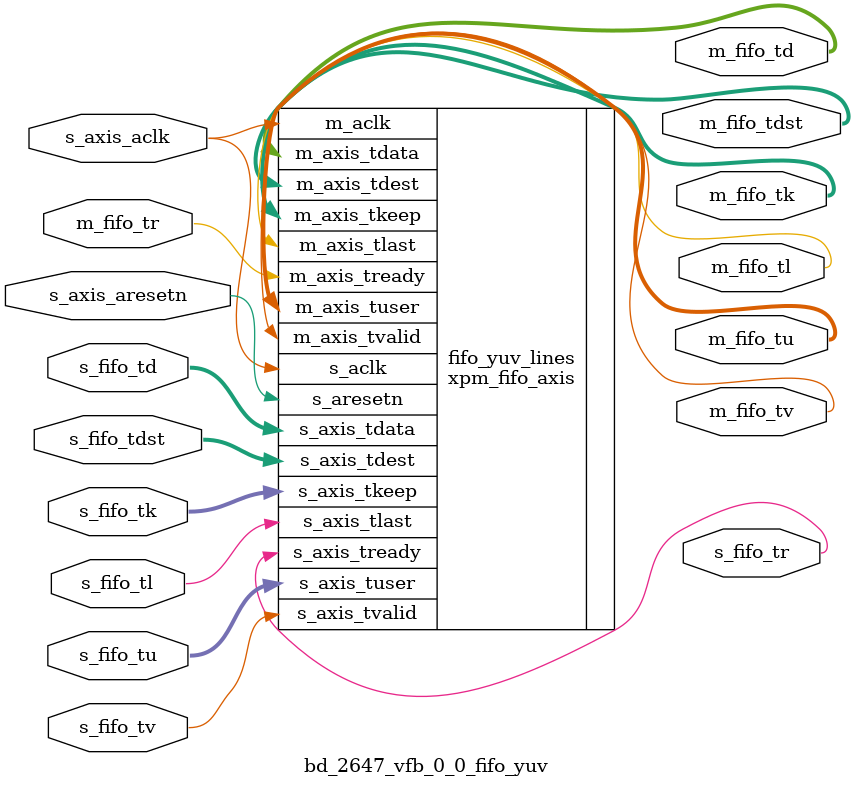
<source format=v>
`timescale 1ps/1ps
module bd_2647_vfb_0_0_fifo_yuv (
  input            s_axis_aclk    ,

  input         s_axis_aresetn ,
  output    s_fifo_tr      ,
  input     s_fifo_tv      ,
  input      [32-1:0]  s_fifo_td      ,
  input      [96-1:0]  s_fifo_tu      ,
  input      [4-1:0] s_fifo_tdst      ,
  input      [4-1:0] s_fifo_tk      ,
  input      s_fifo_tl      ,
  input     m_fifo_tr      ,
  output     m_fifo_tv      ,
  output   [32-1:0]   m_fifo_td      ,
  output   [4-1:0] m_fifo_tdst ,
  output   [96-1:0]  m_fifo_tu      ,
  output    [4-1:0] m_fifo_tk      ,
  output      m_fifo_tl      
);

xpm_fifo_axis#(
      .CLOCKING_MODE("common_clock"), // String
      .ECC_MODE("no_ecc"),            // String
      .FIFO_DEPTH(16),              // DECIMAL
      .FIFO_MEMORY_TYPE("distributed"),      // String
      .PACKET_FIFO("false"),          // String
      .PROG_EMPTY_THRESH(10),         // DECIMAL
      .PROG_FULL_THRESH(123),          // DECIMAL
      .RD_DATA_COUNT_WIDTH(1),        // DECIMAL
      .RELATED_CLOCKS(0),             // DECIMAL
      .SIM_ASSERT_CHK(0),             // DECIMAL; 0=disable simulation messages, 1=enable simulation messages
      .TDATA_WIDTH(32),               // DECIMAL
      .TDEST_WIDTH(4),                // DECIMAL
      .TUSER_WIDTH(96),                // DECIMAL
      .USE_ADV_FEATURES("1000"),      // String
      .WR_DATA_COUNT_WIDTH(1)         // DECIMAL
 ) fifo_yuv_lines(
  .s_aresetn         (s_axis_aresetn ),
  .m_aclk            (s_axis_aclk    ),
  .s_aclk            (s_axis_aclk    ),
  .s_axis_tready     (s_fifo_tr      ),
  .s_axis_tvalid     (s_fifo_tv      ),
  .s_axis_tdata      (s_fifo_td      ),
  .s_axis_tuser      (s_fifo_tu      ),
  .s_axis_tdest      (s_fifo_tdst      ),
  .s_axis_tkeep      (s_fifo_tk      ),
  .s_axis_tlast      (s_fifo_tl      ),
  .m_axis_tready     (m_fifo_tr      ),
  .m_axis_tvalid     (m_fifo_tv      ),
  .m_axis_tdata      (m_fifo_td      ),
  .m_axis_tdest      (m_fifo_tdst     ),
  .m_axis_tuser      (m_fifo_tu      ),
  .m_axis_tkeep      (m_fifo_tk      ),
  .m_axis_tlast      (m_fifo_tl      )
);
endmodule

</source>
